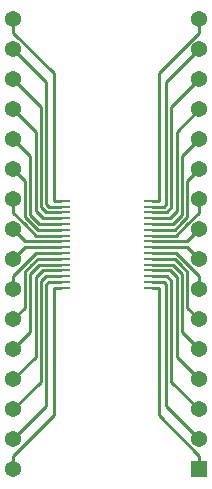
<source format=gbl>
G04*
G04 #@! TF.GenerationSoftware,Altium Limited,Altium Designer,24.9.1 (31)*
G04*
G04 Layer_Physical_Order=2*
G04 Layer_Color=16711680*
%FSLAX44Y44*%
%MOMM*%
G71*
G04*
G04 #@! TF.SameCoordinates,21AEE92C-E314-49C0-A966-B7B5AD7E222B*
G04*
G04*
G04 #@! TF.FilePolarity,Positive*
G04*
G01*
G75*
%ADD20C,1.3700*%
%ADD21R,1.3700X1.3700*%
%ADD22R,1.4732X0.2700*%
%ADD23C,0.2700*%
D20*
X1609090Y650240D02*
D03*
Y624840D02*
D03*
Y599440D02*
D03*
Y574040D02*
D03*
Y548640D02*
D03*
Y523240D02*
D03*
Y497840D02*
D03*
Y472440D02*
D03*
Y447040D02*
D03*
Y421640D02*
D03*
Y396240D02*
D03*
Y370840D02*
D03*
Y345440D02*
D03*
Y320040D02*
D03*
Y294640D02*
D03*
Y269240D02*
D03*
X1766570Y294640D02*
D03*
Y320040D02*
D03*
Y345440D02*
D03*
Y370840D02*
D03*
Y396240D02*
D03*
Y421640D02*
D03*
Y447040D02*
D03*
Y472440D02*
D03*
Y497840D02*
D03*
Y523240D02*
D03*
Y548640D02*
D03*
Y574040D02*
D03*
Y599440D02*
D03*
Y624840D02*
D03*
Y650240D02*
D03*
D21*
Y269240D02*
D03*
D22*
X1726306Y422971D02*
D03*
Y427975D02*
D03*
Y432725D02*
D03*
Y437729D02*
D03*
Y442479D02*
D03*
Y447483D02*
D03*
Y452487D02*
D03*
Y457237D02*
D03*
Y462241D02*
D03*
Y466991D02*
D03*
Y471995D02*
D03*
Y476999D02*
D03*
Y481749D02*
D03*
Y486753D02*
D03*
Y491503D02*
D03*
Y496507D02*
D03*
X1650614D02*
D03*
Y491503D02*
D03*
Y486753D02*
D03*
Y481749D02*
D03*
Y476999D02*
D03*
Y471995D02*
D03*
Y466991D02*
D03*
Y462241D02*
D03*
Y457237D02*
D03*
Y452487D02*
D03*
Y447483D02*
D03*
Y442479D02*
D03*
Y437729D02*
D03*
Y432725D02*
D03*
Y427975D02*
D03*
Y422971D02*
D03*
D23*
X1619287Y457237D02*
X1649354D01*
X1609090Y447040D02*
X1619287Y457237D01*
X1609090Y472440D02*
X1619289Y462241D01*
X1649354D01*
X1609090Y638804D02*
Y650240D01*
X1643488Y496507D02*
X1649354D01*
X1609090Y638804D02*
X1643488Y604406D01*
Y496507D02*
Y604406D01*
X1609090Y486404D02*
Y497840D01*
X1628461Y466991D02*
X1649354D01*
X1629855Y471995D02*
X1649354D01*
X1631291Y476999D02*
X1649354D01*
X1609090Y523240D02*
X1618964Y513366D01*
X1609090Y574040D02*
X1628012Y555118D01*
X1609090Y624840D02*
X1637060Y596870D01*
X1609090Y599440D02*
X1632536Y575994D01*
X1623488Y484802D02*
Y534242D01*
X1609090Y548640D02*
X1623488Y534242D01*
X1618964Y482928D02*
Y513366D01*
Y476488D02*
Y476530D01*
Y476488D02*
X1628461Y466991D01*
X1624409Y477440D02*
X1629855Y471995D01*
X1618964Y482928D02*
X1624409Y477482D01*
X1623488Y484802D02*
X1631291Y476999D01*
X1624409Y477440D02*
Y477482D01*
X1609090Y486404D02*
X1618964Y476530D01*
X1637060Y493676D02*
Y596870D01*
X1639253Y491483D02*
X1642590D01*
X1642609Y491503D01*
X1637060Y493676D02*
X1639253Y491483D01*
X1642609Y491503D02*
X1649334D01*
X1632536Y490904D02*
Y575994D01*
X1636687Y486753D02*
X1649354D01*
X1632536Y490904D02*
X1636687Y486753D01*
X1634071Y481749D02*
X1649354D01*
X1628012Y487808D02*
Y555118D01*
Y487808D02*
X1634071Y481749D01*
X1628012Y431672D02*
X1634071Y437731D01*
X1628012Y364362D02*
Y431672D01*
X1634071Y437731D02*
X1649354D01*
X1632536Y428576D02*
X1636687Y432727D01*
X1649354D01*
X1632536Y343486D02*
Y428576D01*
X1642609Y427977D02*
X1649334D01*
X1637060Y425804D02*
X1639253Y427997D01*
X1642590D02*
X1642609Y427977D01*
X1639253Y427997D02*
X1642590D01*
X1637060Y322610D02*
Y425804D01*
X1609090Y433076D02*
X1618964Y442950D01*
X1624409Y441998D02*
Y442039D01*
X1623488Y434678D02*
X1631291Y442481D01*
X1618964Y436552D02*
X1624409Y441998D01*
Y442039D02*
X1629855Y447485D01*
X1618964Y442992D02*
X1628461Y452489D01*
X1618964Y442950D02*
Y442992D01*
Y406114D02*
Y436552D01*
X1609090Y370840D02*
X1623488Y385238D01*
Y434678D01*
X1609090Y320040D02*
X1632536Y343486D01*
X1609090Y294640D02*
X1637060Y322610D01*
X1609090Y345440D02*
X1628012Y364362D01*
X1609090Y396240D02*
X1618964Y406114D01*
X1631291Y442481D02*
X1649354D01*
X1629855Y447485D02*
X1649354D01*
X1628461Y452489D02*
X1649354D01*
X1609090Y421640D02*
Y433076D01*
X1643488Y315074D02*
Y422973D01*
X1609090Y280676D02*
X1643488Y315074D01*
Y422973D02*
X1649354D01*
X1609090Y269240D02*
Y280676D01*
X1619289Y457239D02*
X1649354D01*
X1609090Y447040D02*
X1619289Y457239D01*
X1756371D02*
X1766570Y447040D01*
X1726306Y457239D02*
X1756371D01*
X1766570Y269240D02*
Y280676D01*
X1726306Y422973D02*
X1732172D01*
Y315074D02*
X1766570Y280676D01*
X1732172Y315074D02*
Y422973D01*
X1766570Y421640D02*
Y433076D01*
X1726306Y452489D02*
X1747199D01*
X1726306Y447485D02*
X1745805D01*
X1726306Y442481D02*
X1744369D01*
X1756696Y406114D02*
X1766570Y396240D01*
X1747648Y364362D02*
X1766570Y345440D01*
X1738600Y322610D02*
X1766570Y294640D01*
X1743124Y343486D02*
X1766570Y320040D01*
X1752172Y385238D02*
Y434678D01*
Y385238D02*
X1766570Y370840D01*
X1756696Y406114D02*
Y436552D01*
Y442950D02*
Y442992D01*
X1747199Y452489D02*
X1756696Y442992D01*
X1745805Y447485D02*
X1751250Y442039D01*
Y441998D02*
X1756696Y436552D01*
X1744369Y442481D02*
X1752172Y434678D01*
X1751250Y441998D02*
Y442039D01*
X1756696Y442950D02*
X1766570Y433076D01*
X1738600Y322610D02*
Y425804D01*
X1733071Y427997D02*
X1736407D01*
X1733051Y427977D02*
X1733071Y427997D01*
X1736407D02*
X1738600Y425804D01*
X1726326Y427977D02*
X1733051D01*
X1743124Y343486D02*
Y428576D01*
X1726306Y432727D02*
X1738973D01*
X1743124Y428576D01*
X1726306Y437731D02*
X1741589D01*
X1747648Y364362D02*
Y431672D01*
X1741589Y437731D02*
X1747648Y431672D01*
X1741589Y481749D02*
X1747648Y487808D01*
Y555118D01*
X1726306Y481749D02*
X1741589D01*
X1738973Y486753D02*
X1743124Y490904D01*
X1726306Y486753D02*
X1738973D01*
X1743124Y490904D02*
Y575994D01*
X1726326Y491503D02*
X1733051D01*
X1736407Y491483D02*
X1738600Y493676D01*
X1733051Y491503D02*
X1733071Y491483D01*
X1736407D01*
X1738600Y493676D02*
Y596870D01*
X1756696Y476530D02*
X1766570Y486404D01*
X1751250Y477440D02*
Y477482D01*
X1744369Y476999D02*
X1752172Y484802D01*
X1751250Y477482D02*
X1756696Y482928D01*
X1745805Y471995D02*
X1751250Y477440D01*
X1747199Y466991D02*
X1756696Y476488D01*
Y476530D01*
Y482928D02*
Y513366D01*
X1752172Y534242D02*
X1766570Y548640D01*
X1752172Y484802D02*
Y534242D01*
X1743124Y575994D02*
X1766570Y599440D01*
X1738600Y596870D02*
X1766570Y624840D01*
X1747648Y555118D02*
X1766570Y574040D01*
X1756696Y513366D02*
X1766570Y523240D01*
X1726306Y476999D02*
X1744369D01*
X1726306Y471995D02*
X1745805D01*
X1726306Y466991D02*
X1747199D01*
X1766570Y486404D02*
Y497840D01*
X1732172Y496507D02*
Y604406D01*
X1766570Y638804D01*
X1726306Y496507D02*
X1732172D01*
X1766570Y638804D02*
Y650240D01*
X1726306Y462241D02*
X1756371D01*
X1766570Y472440D01*
X1756373Y457237D02*
X1766570Y447040D01*
X1726306Y457237D02*
X1756373D01*
M02*

</source>
